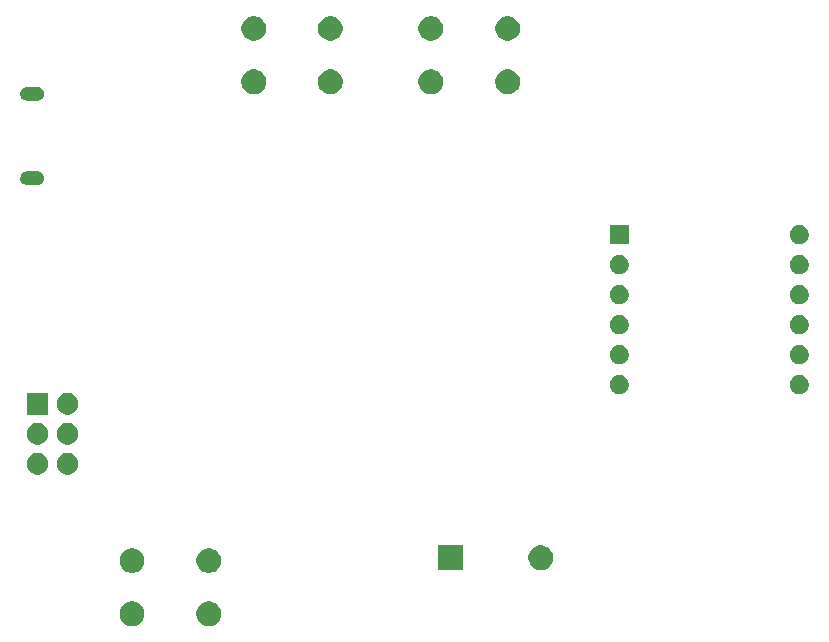
<source format=gbr>
G04 #@! TF.GenerationSoftware,KiCad,Pcbnew,(5.1.5)-3*
G04 #@! TF.CreationDate,2020-08-03T22:27:43-04:00*
G04 #@! TF.ProjectId,Kitchen Timer,4b697463-6865-46e2-9054-696d65722e6b,rev?*
G04 #@! TF.SameCoordinates,Original*
G04 #@! TF.FileFunction,Soldermask,Bot*
G04 #@! TF.FilePolarity,Negative*
%FSLAX46Y46*%
G04 Gerber Fmt 4.6, Leading zero omitted, Abs format (unit mm)*
G04 Created by KiCad (PCBNEW (5.1.5)-3) date 2020-08-03 22:27:43*
%MOMM*%
%LPD*%
G04 APERTURE LIST*
%ADD10C,0.100000*%
G04 APERTURE END LIST*
D10*
G36*
X104706564Y-109489389D02*
G01*
X104897833Y-109568615D01*
X104897835Y-109568616D01*
X105069973Y-109683635D01*
X105216365Y-109830027D01*
X105331385Y-110002167D01*
X105410611Y-110193436D01*
X105451000Y-110396484D01*
X105451000Y-110603516D01*
X105410611Y-110806564D01*
X105331385Y-110997833D01*
X105331384Y-110997835D01*
X105216365Y-111169973D01*
X105069973Y-111316365D01*
X104897835Y-111431384D01*
X104897834Y-111431385D01*
X104897833Y-111431385D01*
X104706564Y-111510611D01*
X104503516Y-111551000D01*
X104296484Y-111551000D01*
X104093436Y-111510611D01*
X103902167Y-111431385D01*
X103902166Y-111431385D01*
X103902165Y-111431384D01*
X103730027Y-111316365D01*
X103583635Y-111169973D01*
X103468616Y-110997835D01*
X103468615Y-110997833D01*
X103389389Y-110806564D01*
X103349000Y-110603516D01*
X103349000Y-110396484D01*
X103389389Y-110193436D01*
X103468615Y-110002167D01*
X103583635Y-109830027D01*
X103730027Y-109683635D01*
X103902165Y-109568616D01*
X103902167Y-109568615D01*
X104093436Y-109489389D01*
X104296484Y-109449000D01*
X104503516Y-109449000D01*
X104706564Y-109489389D01*
G37*
G36*
X98206564Y-109489389D02*
G01*
X98397833Y-109568615D01*
X98397835Y-109568616D01*
X98569973Y-109683635D01*
X98716365Y-109830027D01*
X98831385Y-110002167D01*
X98910611Y-110193436D01*
X98951000Y-110396484D01*
X98951000Y-110603516D01*
X98910611Y-110806564D01*
X98831385Y-110997833D01*
X98831384Y-110997835D01*
X98716365Y-111169973D01*
X98569973Y-111316365D01*
X98397835Y-111431384D01*
X98397834Y-111431385D01*
X98397833Y-111431385D01*
X98206564Y-111510611D01*
X98003516Y-111551000D01*
X97796484Y-111551000D01*
X97593436Y-111510611D01*
X97402167Y-111431385D01*
X97402166Y-111431385D01*
X97402165Y-111431384D01*
X97230027Y-111316365D01*
X97083635Y-111169973D01*
X96968616Y-110997835D01*
X96968615Y-110997833D01*
X96889389Y-110806564D01*
X96849000Y-110603516D01*
X96849000Y-110396484D01*
X96889389Y-110193436D01*
X96968615Y-110002167D01*
X97083635Y-109830027D01*
X97230027Y-109683635D01*
X97402165Y-109568616D01*
X97402167Y-109568615D01*
X97593436Y-109489389D01*
X97796484Y-109449000D01*
X98003516Y-109449000D01*
X98206564Y-109489389D01*
G37*
G36*
X104706564Y-104989389D02*
G01*
X104897833Y-105068615D01*
X104897835Y-105068616D01*
X105069973Y-105183635D01*
X105216365Y-105330027D01*
X105292143Y-105443436D01*
X105331385Y-105502167D01*
X105410611Y-105693436D01*
X105451000Y-105896484D01*
X105451000Y-106103516D01*
X105410611Y-106306564D01*
X105331385Y-106497833D01*
X105331384Y-106497835D01*
X105216365Y-106669973D01*
X105069973Y-106816365D01*
X104897835Y-106931384D01*
X104897834Y-106931385D01*
X104897833Y-106931385D01*
X104706564Y-107010611D01*
X104503516Y-107051000D01*
X104296484Y-107051000D01*
X104093436Y-107010611D01*
X103902167Y-106931385D01*
X103902166Y-106931385D01*
X103902165Y-106931384D01*
X103730027Y-106816365D01*
X103583635Y-106669973D01*
X103468616Y-106497835D01*
X103468615Y-106497833D01*
X103389389Y-106306564D01*
X103349000Y-106103516D01*
X103349000Y-105896484D01*
X103389389Y-105693436D01*
X103468615Y-105502167D01*
X103507858Y-105443436D01*
X103583635Y-105330027D01*
X103730027Y-105183635D01*
X103902165Y-105068616D01*
X103902167Y-105068615D01*
X104093436Y-104989389D01*
X104296484Y-104949000D01*
X104503516Y-104949000D01*
X104706564Y-104989389D01*
G37*
G36*
X98206564Y-104989389D02*
G01*
X98397833Y-105068615D01*
X98397835Y-105068616D01*
X98569973Y-105183635D01*
X98716365Y-105330027D01*
X98792143Y-105443436D01*
X98831385Y-105502167D01*
X98910611Y-105693436D01*
X98951000Y-105896484D01*
X98951000Y-106103516D01*
X98910611Y-106306564D01*
X98831385Y-106497833D01*
X98831384Y-106497835D01*
X98716365Y-106669973D01*
X98569973Y-106816365D01*
X98397835Y-106931384D01*
X98397834Y-106931385D01*
X98397833Y-106931385D01*
X98206564Y-107010611D01*
X98003516Y-107051000D01*
X97796484Y-107051000D01*
X97593436Y-107010611D01*
X97402167Y-106931385D01*
X97402166Y-106931385D01*
X97402165Y-106931384D01*
X97230027Y-106816365D01*
X97083635Y-106669973D01*
X96968616Y-106497835D01*
X96968615Y-106497833D01*
X96889389Y-106306564D01*
X96849000Y-106103516D01*
X96849000Y-105896484D01*
X96889389Y-105693436D01*
X96968615Y-105502167D01*
X97007858Y-105443436D01*
X97083635Y-105330027D01*
X97230027Y-105183635D01*
X97402165Y-105068616D01*
X97402167Y-105068615D01*
X97593436Y-104989389D01*
X97796484Y-104949000D01*
X98003516Y-104949000D01*
X98206564Y-104989389D01*
G37*
G36*
X132806564Y-104739389D02*
G01*
X132997833Y-104818615D01*
X132997835Y-104818616D01*
X133169973Y-104933635D01*
X133316365Y-105080027D01*
X133385594Y-105183635D01*
X133431385Y-105252167D01*
X133510611Y-105443436D01*
X133551000Y-105646484D01*
X133551000Y-105853516D01*
X133510611Y-106056564D01*
X133431385Y-106247833D01*
X133431384Y-106247835D01*
X133316365Y-106419973D01*
X133169973Y-106566365D01*
X132997835Y-106681384D01*
X132997834Y-106681385D01*
X132997833Y-106681385D01*
X132806564Y-106760611D01*
X132603516Y-106801000D01*
X132396484Y-106801000D01*
X132193436Y-106760611D01*
X132002167Y-106681385D01*
X132002166Y-106681385D01*
X132002165Y-106681384D01*
X131830027Y-106566365D01*
X131683635Y-106419973D01*
X131568616Y-106247835D01*
X131568615Y-106247833D01*
X131489389Y-106056564D01*
X131449000Y-105853516D01*
X131449000Y-105646484D01*
X131489389Y-105443436D01*
X131568615Y-105252167D01*
X131614407Y-105183635D01*
X131683635Y-105080027D01*
X131830027Y-104933635D01*
X132002165Y-104818616D01*
X132002167Y-104818615D01*
X132193436Y-104739389D01*
X132396484Y-104699000D01*
X132603516Y-104699000D01*
X132806564Y-104739389D01*
G37*
G36*
X125951000Y-106801000D02*
G01*
X123849000Y-106801000D01*
X123849000Y-104699000D01*
X125951000Y-104699000D01*
X125951000Y-106801000D01*
G37*
G36*
X92696778Y-96920547D02*
G01*
X92863224Y-96989491D01*
X93013022Y-97089583D01*
X93140417Y-97216978D01*
X93240509Y-97366776D01*
X93309453Y-97533222D01*
X93344600Y-97709918D01*
X93344600Y-97890082D01*
X93309453Y-98066778D01*
X93240509Y-98233224D01*
X93140417Y-98383022D01*
X93013022Y-98510417D01*
X92863224Y-98610509D01*
X92696778Y-98679453D01*
X92520082Y-98714600D01*
X92339918Y-98714600D01*
X92163222Y-98679453D01*
X91996776Y-98610509D01*
X91846978Y-98510417D01*
X91719583Y-98383022D01*
X91619491Y-98233224D01*
X91550547Y-98066778D01*
X91515400Y-97890082D01*
X91515400Y-97709918D01*
X91550547Y-97533222D01*
X91619491Y-97366776D01*
X91719583Y-97216978D01*
X91846978Y-97089583D01*
X91996776Y-96989491D01*
X92163222Y-96920547D01*
X92339918Y-96885400D01*
X92520082Y-96885400D01*
X92696778Y-96920547D01*
G37*
G36*
X90156778Y-96920547D02*
G01*
X90323224Y-96989491D01*
X90473022Y-97089583D01*
X90600417Y-97216978D01*
X90700509Y-97366776D01*
X90769453Y-97533222D01*
X90804600Y-97709918D01*
X90804600Y-97890082D01*
X90769453Y-98066778D01*
X90700509Y-98233224D01*
X90600417Y-98383022D01*
X90473022Y-98510417D01*
X90323224Y-98610509D01*
X90156778Y-98679453D01*
X89980082Y-98714600D01*
X89799918Y-98714600D01*
X89623222Y-98679453D01*
X89456776Y-98610509D01*
X89306978Y-98510417D01*
X89179583Y-98383022D01*
X89079491Y-98233224D01*
X89010547Y-98066778D01*
X88975400Y-97890082D01*
X88975400Y-97709918D01*
X89010547Y-97533222D01*
X89079491Y-97366776D01*
X89179583Y-97216978D01*
X89306978Y-97089583D01*
X89456776Y-96989491D01*
X89623222Y-96920547D01*
X89799918Y-96885400D01*
X89980082Y-96885400D01*
X90156778Y-96920547D01*
G37*
G36*
X92696778Y-94380547D02*
G01*
X92863224Y-94449491D01*
X93013022Y-94549583D01*
X93140417Y-94676978D01*
X93240509Y-94826776D01*
X93309453Y-94993222D01*
X93344600Y-95169918D01*
X93344600Y-95350082D01*
X93309453Y-95526778D01*
X93240509Y-95693224D01*
X93140417Y-95843022D01*
X93013022Y-95970417D01*
X92863224Y-96070509D01*
X92696778Y-96139453D01*
X92520082Y-96174600D01*
X92339918Y-96174600D01*
X92163222Y-96139453D01*
X91996776Y-96070509D01*
X91846978Y-95970417D01*
X91719583Y-95843022D01*
X91619491Y-95693224D01*
X91550547Y-95526778D01*
X91515400Y-95350082D01*
X91515400Y-95169918D01*
X91550547Y-94993222D01*
X91619491Y-94826776D01*
X91719583Y-94676978D01*
X91846978Y-94549583D01*
X91996776Y-94449491D01*
X92163222Y-94380547D01*
X92339918Y-94345400D01*
X92520082Y-94345400D01*
X92696778Y-94380547D01*
G37*
G36*
X90156778Y-94380547D02*
G01*
X90323224Y-94449491D01*
X90473022Y-94549583D01*
X90600417Y-94676978D01*
X90700509Y-94826776D01*
X90769453Y-94993222D01*
X90804600Y-95169918D01*
X90804600Y-95350082D01*
X90769453Y-95526778D01*
X90700509Y-95693224D01*
X90600417Y-95843022D01*
X90473022Y-95970417D01*
X90323224Y-96070509D01*
X90156778Y-96139453D01*
X89980082Y-96174600D01*
X89799918Y-96174600D01*
X89623222Y-96139453D01*
X89456776Y-96070509D01*
X89306978Y-95970417D01*
X89179583Y-95843022D01*
X89079491Y-95693224D01*
X89010547Y-95526778D01*
X88975400Y-95350082D01*
X88975400Y-95169918D01*
X89010547Y-94993222D01*
X89079491Y-94826776D01*
X89179583Y-94676978D01*
X89306978Y-94549583D01*
X89456776Y-94449491D01*
X89623222Y-94380547D01*
X89799918Y-94345400D01*
X89980082Y-94345400D01*
X90156778Y-94380547D01*
G37*
G36*
X90804600Y-93634600D02*
G01*
X88975400Y-93634600D01*
X88975400Y-91805400D01*
X90804600Y-91805400D01*
X90804600Y-93634600D01*
G37*
G36*
X92696778Y-91840547D02*
G01*
X92863224Y-91909491D01*
X93013022Y-92009583D01*
X93140417Y-92136978D01*
X93240509Y-92286776D01*
X93309453Y-92453222D01*
X93344600Y-92629918D01*
X93344600Y-92810082D01*
X93309453Y-92986778D01*
X93240509Y-93153224D01*
X93140417Y-93303022D01*
X93013022Y-93430417D01*
X92863224Y-93530509D01*
X92696778Y-93599453D01*
X92520082Y-93634600D01*
X92339918Y-93634600D01*
X92163222Y-93599453D01*
X91996776Y-93530509D01*
X91846978Y-93430417D01*
X91719583Y-93303022D01*
X91619491Y-93153224D01*
X91550547Y-92986778D01*
X91515400Y-92810082D01*
X91515400Y-92629918D01*
X91550547Y-92453222D01*
X91619491Y-92286776D01*
X91719583Y-92136978D01*
X91846978Y-92009583D01*
X91996776Y-91909491D01*
X92163222Y-91840547D01*
X92339918Y-91805400D01*
X92520082Y-91805400D01*
X92696778Y-91840547D01*
G37*
G36*
X154623642Y-90329781D02*
G01*
X154769414Y-90390162D01*
X154769416Y-90390163D01*
X154900608Y-90477822D01*
X155012178Y-90589392D01*
X155099837Y-90720584D01*
X155099838Y-90720586D01*
X155160219Y-90866358D01*
X155191000Y-91021107D01*
X155191000Y-91178893D01*
X155160219Y-91333642D01*
X155099838Y-91479414D01*
X155099837Y-91479416D01*
X155012178Y-91610608D01*
X154900608Y-91722178D01*
X154769416Y-91809837D01*
X154769415Y-91809838D01*
X154769414Y-91809838D01*
X154623642Y-91870219D01*
X154468893Y-91901000D01*
X154311107Y-91901000D01*
X154156358Y-91870219D01*
X154010586Y-91809838D01*
X154010585Y-91809838D01*
X154010584Y-91809837D01*
X153879392Y-91722178D01*
X153767822Y-91610608D01*
X153680163Y-91479416D01*
X153680162Y-91479414D01*
X153619781Y-91333642D01*
X153589000Y-91178893D01*
X153589000Y-91021107D01*
X153619781Y-90866358D01*
X153680162Y-90720586D01*
X153680163Y-90720584D01*
X153767822Y-90589392D01*
X153879392Y-90477822D01*
X154010584Y-90390163D01*
X154010586Y-90390162D01*
X154156358Y-90329781D01*
X154311107Y-90299000D01*
X154468893Y-90299000D01*
X154623642Y-90329781D01*
G37*
G36*
X139383642Y-90329781D02*
G01*
X139529414Y-90390162D01*
X139529416Y-90390163D01*
X139660608Y-90477822D01*
X139772178Y-90589392D01*
X139859837Y-90720584D01*
X139859838Y-90720586D01*
X139920219Y-90866358D01*
X139951000Y-91021107D01*
X139951000Y-91178893D01*
X139920219Y-91333642D01*
X139859838Y-91479414D01*
X139859837Y-91479416D01*
X139772178Y-91610608D01*
X139660608Y-91722178D01*
X139529416Y-91809837D01*
X139529415Y-91809838D01*
X139529414Y-91809838D01*
X139383642Y-91870219D01*
X139228893Y-91901000D01*
X139071107Y-91901000D01*
X138916358Y-91870219D01*
X138770586Y-91809838D01*
X138770585Y-91809838D01*
X138770584Y-91809837D01*
X138639392Y-91722178D01*
X138527822Y-91610608D01*
X138440163Y-91479416D01*
X138440162Y-91479414D01*
X138379781Y-91333642D01*
X138349000Y-91178893D01*
X138349000Y-91021107D01*
X138379781Y-90866358D01*
X138440162Y-90720586D01*
X138440163Y-90720584D01*
X138527822Y-90589392D01*
X138639392Y-90477822D01*
X138770584Y-90390163D01*
X138770586Y-90390162D01*
X138916358Y-90329781D01*
X139071107Y-90299000D01*
X139228893Y-90299000D01*
X139383642Y-90329781D01*
G37*
G36*
X154623642Y-87789781D02*
G01*
X154769414Y-87850162D01*
X154769416Y-87850163D01*
X154900608Y-87937822D01*
X155012178Y-88049392D01*
X155099837Y-88180584D01*
X155099838Y-88180586D01*
X155160219Y-88326358D01*
X155191000Y-88481107D01*
X155191000Y-88638893D01*
X155160219Y-88793642D01*
X155099838Y-88939414D01*
X155099837Y-88939416D01*
X155012178Y-89070608D01*
X154900608Y-89182178D01*
X154769416Y-89269837D01*
X154769415Y-89269838D01*
X154769414Y-89269838D01*
X154623642Y-89330219D01*
X154468893Y-89361000D01*
X154311107Y-89361000D01*
X154156358Y-89330219D01*
X154010586Y-89269838D01*
X154010585Y-89269838D01*
X154010584Y-89269837D01*
X153879392Y-89182178D01*
X153767822Y-89070608D01*
X153680163Y-88939416D01*
X153680162Y-88939414D01*
X153619781Y-88793642D01*
X153589000Y-88638893D01*
X153589000Y-88481107D01*
X153619781Y-88326358D01*
X153680162Y-88180586D01*
X153680163Y-88180584D01*
X153767822Y-88049392D01*
X153879392Y-87937822D01*
X154010584Y-87850163D01*
X154010586Y-87850162D01*
X154156358Y-87789781D01*
X154311107Y-87759000D01*
X154468893Y-87759000D01*
X154623642Y-87789781D01*
G37*
G36*
X139383642Y-87789781D02*
G01*
X139529414Y-87850162D01*
X139529416Y-87850163D01*
X139660608Y-87937822D01*
X139772178Y-88049392D01*
X139859837Y-88180584D01*
X139859838Y-88180586D01*
X139920219Y-88326358D01*
X139951000Y-88481107D01*
X139951000Y-88638893D01*
X139920219Y-88793642D01*
X139859838Y-88939414D01*
X139859837Y-88939416D01*
X139772178Y-89070608D01*
X139660608Y-89182178D01*
X139529416Y-89269837D01*
X139529415Y-89269838D01*
X139529414Y-89269838D01*
X139383642Y-89330219D01*
X139228893Y-89361000D01*
X139071107Y-89361000D01*
X138916358Y-89330219D01*
X138770586Y-89269838D01*
X138770585Y-89269838D01*
X138770584Y-89269837D01*
X138639392Y-89182178D01*
X138527822Y-89070608D01*
X138440163Y-88939416D01*
X138440162Y-88939414D01*
X138379781Y-88793642D01*
X138349000Y-88638893D01*
X138349000Y-88481107D01*
X138379781Y-88326358D01*
X138440162Y-88180586D01*
X138440163Y-88180584D01*
X138527822Y-88049392D01*
X138639392Y-87937822D01*
X138770584Y-87850163D01*
X138770586Y-87850162D01*
X138916358Y-87789781D01*
X139071107Y-87759000D01*
X139228893Y-87759000D01*
X139383642Y-87789781D01*
G37*
G36*
X154623642Y-85249781D02*
G01*
X154769414Y-85310162D01*
X154769416Y-85310163D01*
X154900608Y-85397822D01*
X155012178Y-85509392D01*
X155099837Y-85640584D01*
X155099838Y-85640586D01*
X155160219Y-85786358D01*
X155191000Y-85941107D01*
X155191000Y-86098893D01*
X155160219Y-86253642D01*
X155099838Y-86399414D01*
X155099837Y-86399416D01*
X155012178Y-86530608D01*
X154900608Y-86642178D01*
X154769416Y-86729837D01*
X154769415Y-86729838D01*
X154769414Y-86729838D01*
X154623642Y-86790219D01*
X154468893Y-86821000D01*
X154311107Y-86821000D01*
X154156358Y-86790219D01*
X154010586Y-86729838D01*
X154010585Y-86729838D01*
X154010584Y-86729837D01*
X153879392Y-86642178D01*
X153767822Y-86530608D01*
X153680163Y-86399416D01*
X153680162Y-86399414D01*
X153619781Y-86253642D01*
X153589000Y-86098893D01*
X153589000Y-85941107D01*
X153619781Y-85786358D01*
X153680162Y-85640586D01*
X153680163Y-85640584D01*
X153767822Y-85509392D01*
X153879392Y-85397822D01*
X154010584Y-85310163D01*
X154010586Y-85310162D01*
X154156358Y-85249781D01*
X154311107Y-85219000D01*
X154468893Y-85219000D01*
X154623642Y-85249781D01*
G37*
G36*
X139383642Y-85249781D02*
G01*
X139529414Y-85310162D01*
X139529416Y-85310163D01*
X139660608Y-85397822D01*
X139772178Y-85509392D01*
X139859837Y-85640584D01*
X139859838Y-85640586D01*
X139920219Y-85786358D01*
X139951000Y-85941107D01*
X139951000Y-86098893D01*
X139920219Y-86253642D01*
X139859838Y-86399414D01*
X139859837Y-86399416D01*
X139772178Y-86530608D01*
X139660608Y-86642178D01*
X139529416Y-86729837D01*
X139529415Y-86729838D01*
X139529414Y-86729838D01*
X139383642Y-86790219D01*
X139228893Y-86821000D01*
X139071107Y-86821000D01*
X138916358Y-86790219D01*
X138770586Y-86729838D01*
X138770585Y-86729838D01*
X138770584Y-86729837D01*
X138639392Y-86642178D01*
X138527822Y-86530608D01*
X138440163Y-86399416D01*
X138440162Y-86399414D01*
X138379781Y-86253642D01*
X138349000Y-86098893D01*
X138349000Y-85941107D01*
X138379781Y-85786358D01*
X138440162Y-85640586D01*
X138440163Y-85640584D01*
X138527822Y-85509392D01*
X138639392Y-85397822D01*
X138770584Y-85310163D01*
X138770586Y-85310162D01*
X138916358Y-85249781D01*
X139071107Y-85219000D01*
X139228893Y-85219000D01*
X139383642Y-85249781D01*
G37*
G36*
X139383642Y-82709781D02*
G01*
X139529414Y-82770162D01*
X139529416Y-82770163D01*
X139660608Y-82857822D01*
X139772178Y-82969392D01*
X139859837Y-83100584D01*
X139859838Y-83100586D01*
X139920219Y-83246358D01*
X139951000Y-83401107D01*
X139951000Y-83558893D01*
X139920219Y-83713642D01*
X139859838Y-83859414D01*
X139859837Y-83859416D01*
X139772178Y-83990608D01*
X139660608Y-84102178D01*
X139529416Y-84189837D01*
X139529415Y-84189838D01*
X139529414Y-84189838D01*
X139383642Y-84250219D01*
X139228893Y-84281000D01*
X139071107Y-84281000D01*
X138916358Y-84250219D01*
X138770586Y-84189838D01*
X138770585Y-84189838D01*
X138770584Y-84189837D01*
X138639392Y-84102178D01*
X138527822Y-83990608D01*
X138440163Y-83859416D01*
X138440162Y-83859414D01*
X138379781Y-83713642D01*
X138349000Y-83558893D01*
X138349000Y-83401107D01*
X138379781Y-83246358D01*
X138440162Y-83100586D01*
X138440163Y-83100584D01*
X138527822Y-82969392D01*
X138639392Y-82857822D01*
X138770584Y-82770163D01*
X138770586Y-82770162D01*
X138916358Y-82709781D01*
X139071107Y-82679000D01*
X139228893Y-82679000D01*
X139383642Y-82709781D01*
G37*
G36*
X154623642Y-82709781D02*
G01*
X154769414Y-82770162D01*
X154769416Y-82770163D01*
X154900608Y-82857822D01*
X155012178Y-82969392D01*
X155099837Y-83100584D01*
X155099838Y-83100586D01*
X155160219Y-83246358D01*
X155191000Y-83401107D01*
X155191000Y-83558893D01*
X155160219Y-83713642D01*
X155099838Y-83859414D01*
X155099837Y-83859416D01*
X155012178Y-83990608D01*
X154900608Y-84102178D01*
X154769416Y-84189837D01*
X154769415Y-84189838D01*
X154769414Y-84189838D01*
X154623642Y-84250219D01*
X154468893Y-84281000D01*
X154311107Y-84281000D01*
X154156358Y-84250219D01*
X154010586Y-84189838D01*
X154010585Y-84189838D01*
X154010584Y-84189837D01*
X153879392Y-84102178D01*
X153767822Y-83990608D01*
X153680163Y-83859416D01*
X153680162Y-83859414D01*
X153619781Y-83713642D01*
X153589000Y-83558893D01*
X153589000Y-83401107D01*
X153619781Y-83246358D01*
X153680162Y-83100586D01*
X153680163Y-83100584D01*
X153767822Y-82969392D01*
X153879392Y-82857822D01*
X154010584Y-82770163D01*
X154010586Y-82770162D01*
X154156358Y-82709781D01*
X154311107Y-82679000D01*
X154468893Y-82679000D01*
X154623642Y-82709781D01*
G37*
G36*
X139383642Y-80169781D02*
G01*
X139529414Y-80230162D01*
X139529416Y-80230163D01*
X139660608Y-80317822D01*
X139772178Y-80429392D01*
X139859837Y-80560584D01*
X139859838Y-80560586D01*
X139920219Y-80706358D01*
X139951000Y-80861107D01*
X139951000Y-81018893D01*
X139920219Y-81173642D01*
X139859838Y-81319414D01*
X139859837Y-81319416D01*
X139772178Y-81450608D01*
X139660608Y-81562178D01*
X139529416Y-81649837D01*
X139529415Y-81649838D01*
X139529414Y-81649838D01*
X139383642Y-81710219D01*
X139228893Y-81741000D01*
X139071107Y-81741000D01*
X138916358Y-81710219D01*
X138770586Y-81649838D01*
X138770585Y-81649838D01*
X138770584Y-81649837D01*
X138639392Y-81562178D01*
X138527822Y-81450608D01*
X138440163Y-81319416D01*
X138440162Y-81319414D01*
X138379781Y-81173642D01*
X138349000Y-81018893D01*
X138349000Y-80861107D01*
X138379781Y-80706358D01*
X138440162Y-80560586D01*
X138440163Y-80560584D01*
X138527822Y-80429392D01*
X138639392Y-80317822D01*
X138770584Y-80230163D01*
X138770586Y-80230162D01*
X138916358Y-80169781D01*
X139071107Y-80139000D01*
X139228893Y-80139000D01*
X139383642Y-80169781D01*
G37*
G36*
X154623642Y-80169781D02*
G01*
X154769414Y-80230162D01*
X154769416Y-80230163D01*
X154900608Y-80317822D01*
X155012178Y-80429392D01*
X155099837Y-80560584D01*
X155099838Y-80560586D01*
X155160219Y-80706358D01*
X155191000Y-80861107D01*
X155191000Y-81018893D01*
X155160219Y-81173642D01*
X155099838Y-81319414D01*
X155099837Y-81319416D01*
X155012178Y-81450608D01*
X154900608Y-81562178D01*
X154769416Y-81649837D01*
X154769415Y-81649838D01*
X154769414Y-81649838D01*
X154623642Y-81710219D01*
X154468893Y-81741000D01*
X154311107Y-81741000D01*
X154156358Y-81710219D01*
X154010586Y-81649838D01*
X154010585Y-81649838D01*
X154010584Y-81649837D01*
X153879392Y-81562178D01*
X153767822Y-81450608D01*
X153680163Y-81319416D01*
X153680162Y-81319414D01*
X153619781Y-81173642D01*
X153589000Y-81018893D01*
X153589000Y-80861107D01*
X153619781Y-80706358D01*
X153680162Y-80560586D01*
X153680163Y-80560584D01*
X153767822Y-80429392D01*
X153879392Y-80317822D01*
X154010584Y-80230163D01*
X154010586Y-80230162D01*
X154156358Y-80169781D01*
X154311107Y-80139000D01*
X154468893Y-80139000D01*
X154623642Y-80169781D01*
G37*
G36*
X139951000Y-79201000D02*
G01*
X138349000Y-79201000D01*
X138349000Y-77599000D01*
X139951000Y-77599000D01*
X139951000Y-79201000D01*
G37*
G36*
X154623642Y-77629781D02*
G01*
X154769414Y-77690162D01*
X154769416Y-77690163D01*
X154900608Y-77777822D01*
X155012178Y-77889392D01*
X155099837Y-78020584D01*
X155099838Y-78020586D01*
X155160219Y-78166358D01*
X155191000Y-78321107D01*
X155191000Y-78478893D01*
X155160219Y-78633642D01*
X155099838Y-78779414D01*
X155099837Y-78779416D01*
X155012178Y-78910608D01*
X154900608Y-79022178D01*
X154769416Y-79109837D01*
X154769415Y-79109838D01*
X154769414Y-79109838D01*
X154623642Y-79170219D01*
X154468893Y-79201000D01*
X154311107Y-79201000D01*
X154156358Y-79170219D01*
X154010586Y-79109838D01*
X154010585Y-79109838D01*
X154010584Y-79109837D01*
X153879392Y-79022178D01*
X153767822Y-78910608D01*
X153680163Y-78779416D01*
X153680162Y-78779414D01*
X153619781Y-78633642D01*
X153589000Y-78478893D01*
X153589000Y-78321107D01*
X153619781Y-78166358D01*
X153680162Y-78020586D01*
X153680163Y-78020584D01*
X153767822Y-77889392D01*
X153879392Y-77777822D01*
X154010584Y-77690163D01*
X154010586Y-77690162D01*
X154156358Y-77629781D01*
X154311107Y-77599000D01*
X154468893Y-77599000D01*
X154623642Y-77629781D01*
G37*
G36*
X89987916Y-73057334D02*
G01*
X90096492Y-73090271D01*
X90096495Y-73090272D01*
X90132601Y-73109571D01*
X90196557Y-73143756D01*
X90284264Y-73215736D01*
X90356244Y-73303443D01*
X90390429Y-73367399D01*
X90409728Y-73403505D01*
X90409729Y-73403508D01*
X90442666Y-73512084D01*
X90453787Y-73625000D01*
X90442666Y-73737916D01*
X90409729Y-73846492D01*
X90409728Y-73846495D01*
X90390429Y-73882601D01*
X90356244Y-73946557D01*
X90284264Y-74034264D01*
X90196557Y-74106244D01*
X90132601Y-74140429D01*
X90096495Y-74159728D01*
X90096492Y-74159729D01*
X89987916Y-74192666D01*
X89903298Y-74201000D01*
X88996702Y-74201000D01*
X88912084Y-74192666D01*
X88803508Y-74159729D01*
X88803505Y-74159728D01*
X88767399Y-74140429D01*
X88703443Y-74106244D01*
X88615736Y-74034264D01*
X88543756Y-73946557D01*
X88509571Y-73882601D01*
X88490272Y-73846495D01*
X88490271Y-73846492D01*
X88457334Y-73737916D01*
X88446213Y-73625000D01*
X88457334Y-73512084D01*
X88490271Y-73403508D01*
X88490272Y-73403505D01*
X88509571Y-73367399D01*
X88543756Y-73303443D01*
X88615736Y-73215736D01*
X88703443Y-73143756D01*
X88767399Y-73109571D01*
X88803505Y-73090272D01*
X88803508Y-73090271D01*
X88912084Y-73057334D01*
X88996702Y-73049000D01*
X89903298Y-73049000D01*
X89987916Y-73057334D01*
G37*
G36*
X89987916Y-65907334D02*
G01*
X90096492Y-65940271D01*
X90096495Y-65940272D01*
X90132601Y-65959571D01*
X90196557Y-65993756D01*
X90284264Y-66065736D01*
X90356244Y-66153443D01*
X90390429Y-66217399D01*
X90409728Y-66253505D01*
X90409729Y-66253508D01*
X90442666Y-66362084D01*
X90453787Y-66475000D01*
X90442666Y-66587916D01*
X90409729Y-66696492D01*
X90409728Y-66696495D01*
X90390429Y-66732601D01*
X90356244Y-66796557D01*
X90284264Y-66884264D01*
X90196557Y-66956244D01*
X90132601Y-66990429D01*
X90096495Y-67009728D01*
X90096492Y-67009729D01*
X89987916Y-67042666D01*
X89903298Y-67051000D01*
X88996702Y-67051000D01*
X88912084Y-67042666D01*
X88803508Y-67009729D01*
X88803505Y-67009728D01*
X88767399Y-66990429D01*
X88703443Y-66956244D01*
X88615736Y-66884264D01*
X88543756Y-66796557D01*
X88509571Y-66732601D01*
X88490272Y-66696495D01*
X88490271Y-66696492D01*
X88457334Y-66587916D01*
X88446213Y-66475000D01*
X88457334Y-66362084D01*
X88490271Y-66253508D01*
X88490272Y-66253505D01*
X88509571Y-66217399D01*
X88543756Y-66153443D01*
X88615736Y-66065736D01*
X88703443Y-65993756D01*
X88767399Y-65959571D01*
X88803505Y-65940272D01*
X88803508Y-65940271D01*
X88912084Y-65907334D01*
X88996702Y-65899000D01*
X89903298Y-65899000D01*
X89987916Y-65907334D01*
G37*
G36*
X123506564Y-64439389D02*
G01*
X123697833Y-64518615D01*
X123697835Y-64518616D01*
X123869973Y-64633635D01*
X124016365Y-64780027D01*
X124131385Y-64952167D01*
X124210611Y-65143436D01*
X124251000Y-65346484D01*
X124251000Y-65553516D01*
X124210611Y-65756564D01*
X124151612Y-65899000D01*
X124131384Y-65947835D01*
X124016365Y-66119973D01*
X123869973Y-66266365D01*
X123697835Y-66381384D01*
X123697834Y-66381385D01*
X123697833Y-66381385D01*
X123506564Y-66460611D01*
X123303516Y-66501000D01*
X123096484Y-66501000D01*
X122893436Y-66460611D01*
X122702167Y-66381385D01*
X122702166Y-66381385D01*
X122702165Y-66381384D01*
X122530027Y-66266365D01*
X122383635Y-66119973D01*
X122268616Y-65947835D01*
X122248388Y-65899000D01*
X122189389Y-65756564D01*
X122149000Y-65553516D01*
X122149000Y-65346484D01*
X122189389Y-65143436D01*
X122268615Y-64952167D01*
X122383635Y-64780027D01*
X122530027Y-64633635D01*
X122702165Y-64518616D01*
X122702167Y-64518615D01*
X122893436Y-64439389D01*
X123096484Y-64399000D01*
X123303516Y-64399000D01*
X123506564Y-64439389D01*
G37*
G36*
X115006564Y-64439389D02*
G01*
X115197833Y-64518615D01*
X115197835Y-64518616D01*
X115369973Y-64633635D01*
X115516365Y-64780027D01*
X115631385Y-64952167D01*
X115710611Y-65143436D01*
X115751000Y-65346484D01*
X115751000Y-65553516D01*
X115710611Y-65756564D01*
X115651612Y-65899000D01*
X115631384Y-65947835D01*
X115516365Y-66119973D01*
X115369973Y-66266365D01*
X115197835Y-66381384D01*
X115197834Y-66381385D01*
X115197833Y-66381385D01*
X115006564Y-66460611D01*
X114803516Y-66501000D01*
X114596484Y-66501000D01*
X114393436Y-66460611D01*
X114202167Y-66381385D01*
X114202166Y-66381385D01*
X114202165Y-66381384D01*
X114030027Y-66266365D01*
X113883635Y-66119973D01*
X113768616Y-65947835D01*
X113748388Y-65899000D01*
X113689389Y-65756564D01*
X113649000Y-65553516D01*
X113649000Y-65346484D01*
X113689389Y-65143436D01*
X113768615Y-64952167D01*
X113883635Y-64780027D01*
X114030027Y-64633635D01*
X114202165Y-64518616D01*
X114202167Y-64518615D01*
X114393436Y-64439389D01*
X114596484Y-64399000D01*
X114803516Y-64399000D01*
X115006564Y-64439389D01*
G37*
G36*
X130006564Y-64439389D02*
G01*
X130197833Y-64518615D01*
X130197835Y-64518616D01*
X130369973Y-64633635D01*
X130516365Y-64780027D01*
X130631385Y-64952167D01*
X130710611Y-65143436D01*
X130751000Y-65346484D01*
X130751000Y-65553516D01*
X130710611Y-65756564D01*
X130651612Y-65899000D01*
X130631384Y-65947835D01*
X130516365Y-66119973D01*
X130369973Y-66266365D01*
X130197835Y-66381384D01*
X130197834Y-66381385D01*
X130197833Y-66381385D01*
X130006564Y-66460611D01*
X129803516Y-66501000D01*
X129596484Y-66501000D01*
X129393436Y-66460611D01*
X129202167Y-66381385D01*
X129202166Y-66381385D01*
X129202165Y-66381384D01*
X129030027Y-66266365D01*
X128883635Y-66119973D01*
X128768616Y-65947835D01*
X128748388Y-65899000D01*
X128689389Y-65756564D01*
X128649000Y-65553516D01*
X128649000Y-65346484D01*
X128689389Y-65143436D01*
X128768615Y-64952167D01*
X128883635Y-64780027D01*
X129030027Y-64633635D01*
X129202165Y-64518616D01*
X129202167Y-64518615D01*
X129393436Y-64439389D01*
X129596484Y-64399000D01*
X129803516Y-64399000D01*
X130006564Y-64439389D01*
G37*
G36*
X108506564Y-64439389D02*
G01*
X108697833Y-64518615D01*
X108697835Y-64518616D01*
X108869973Y-64633635D01*
X109016365Y-64780027D01*
X109131385Y-64952167D01*
X109210611Y-65143436D01*
X109251000Y-65346484D01*
X109251000Y-65553516D01*
X109210611Y-65756564D01*
X109151612Y-65899000D01*
X109131384Y-65947835D01*
X109016365Y-66119973D01*
X108869973Y-66266365D01*
X108697835Y-66381384D01*
X108697834Y-66381385D01*
X108697833Y-66381385D01*
X108506564Y-66460611D01*
X108303516Y-66501000D01*
X108096484Y-66501000D01*
X107893436Y-66460611D01*
X107702167Y-66381385D01*
X107702166Y-66381385D01*
X107702165Y-66381384D01*
X107530027Y-66266365D01*
X107383635Y-66119973D01*
X107268616Y-65947835D01*
X107248388Y-65899000D01*
X107189389Y-65756564D01*
X107149000Y-65553516D01*
X107149000Y-65346484D01*
X107189389Y-65143436D01*
X107268615Y-64952167D01*
X107383635Y-64780027D01*
X107530027Y-64633635D01*
X107702165Y-64518616D01*
X107702167Y-64518615D01*
X107893436Y-64439389D01*
X108096484Y-64399000D01*
X108303516Y-64399000D01*
X108506564Y-64439389D01*
G37*
G36*
X115006564Y-59939389D02*
G01*
X115197833Y-60018615D01*
X115197835Y-60018616D01*
X115369973Y-60133635D01*
X115516365Y-60280027D01*
X115631385Y-60452167D01*
X115710611Y-60643436D01*
X115751000Y-60846484D01*
X115751000Y-61053516D01*
X115710611Y-61256564D01*
X115631385Y-61447833D01*
X115631384Y-61447835D01*
X115516365Y-61619973D01*
X115369973Y-61766365D01*
X115197835Y-61881384D01*
X115197834Y-61881385D01*
X115197833Y-61881385D01*
X115006564Y-61960611D01*
X114803516Y-62001000D01*
X114596484Y-62001000D01*
X114393436Y-61960611D01*
X114202167Y-61881385D01*
X114202166Y-61881385D01*
X114202165Y-61881384D01*
X114030027Y-61766365D01*
X113883635Y-61619973D01*
X113768616Y-61447835D01*
X113768615Y-61447833D01*
X113689389Y-61256564D01*
X113649000Y-61053516D01*
X113649000Y-60846484D01*
X113689389Y-60643436D01*
X113768615Y-60452167D01*
X113883635Y-60280027D01*
X114030027Y-60133635D01*
X114202165Y-60018616D01*
X114202167Y-60018615D01*
X114393436Y-59939389D01*
X114596484Y-59899000D01*
X114803516Y-59899000D01*
X115006564Y-59939389D01*
G37*
G36*
X130006564Y-59939389D02*
G01*
X130197833Y-60018615D01*
X130197835Y-60018616D01*
X130369973Y-60133635D01*
X130516365Y-60280027D01*
X130631385Y-60452167D01*
X130710611Y-60643436D01*
X130751000Y-60846484D01*
X130751000Y-61053516D01*
X130710611Y-61256564D01*
X130631385Y-61447833D01*
X130631384Y-61447835D01*
X130516365Y-61619973D01*
X130369973Y-61766365D01*
X130197835Y-61881384D01*
X130197834Y-61881385D01*
X130197833Y-61881385D01*
X130006564Y-61960611D01*
X129803516Y-62001000D01*
X129596484Y-62001000D01*
X129393436Y-61960611D01*
X129202167Y-61881385D01*
X129202166Y-61881385D01*
X129202165Y-61881384D01*
X129030027Y-61766365D01*
X128883635Y-61619973D01*
X128768616Y-61447835D01*
X128768615Y-61447833D01*
X128689389Y-61256564D01*
X128649000Y-61053516D01*
X128649000Y-60846484D01*
X128689389Y-60643436D01*
X128768615Y-60452167D01*
X128883635Y-60280027D01*
X129030027Y-60133635D01*
X129202165Y-60018616D01*
X129202167Y-60018615D01*
X129393436Y-59939389D01*
X129596484Y-59899000D01*
X129803516Y-59899000D01*
X130006564Y-59939389D01*
G37*
G36*
X123506564Y-59939389D02*
G01*
X123697833Y-60018615D01*
X123697835Y-60018616D01*
X123869973Y-60133635D01*
X124016365Y-60280027D01*
X124131385Y-60452167D01*
X124210611Y-60643436D01*
X124251000Y-60846484D01*
X124251000Y-61053516D01*
X124210611Y-61256564D01*
X124131385Y-61447833D01*
X124131384Y-61447835D01*
X124016365Y-61619973D01*
X123869973Y-61766365D01*
X123697835Y-61881384D01*
X123697834Y-61881385D01*
X123697833Y-61881385D01*
X123506564Y-61960611D01*
X123303516Y-62001000D01*
X123096484Y-62001000D01*
X122893436Y-61960611D01*
X122702167Y-61881385D01*
X122702166Y-61881385D01*
X122702165Y-61881384D01*
X122530027Y-61766365D01*
X122383635Y-61619973D01*
X122268616Y-61447835D01*
X122268615Y-61447833D01*
X122189389Y-61256564D01*
X122149000Y-61053516D01*
X122149000Y-60846484D01*
X122189389Y-60643436D01*
X122268615Y-60452167D01*
X122383635Y-60280027D01*
X122530027Y-60133635D01*
X122702165Y-60018616D01*
X122702167Y-60018615D01*
X122893436Y-59939389D01*
X123096484Y-59899000D01*
X123303516Y-59899000D01*
X123506564Y-59939389D01*
G37*
G36*
X108506564Y-59939389D02*
G01*
X108697833Y-60018615D01*
X108697835Y-60018616D01*
X108869973Y-60133635D01*
X109016365Y-60280027D01*
X109131385Y-60452167D01*
X109210611Y-60643436D01*
X109251000Y-60846484D01*
X109251000Y-61053516D01*
X109210611Y-61256564D01*
X109131385Y-61447833D01*
X109131384Y-61447835D01*
X109016365Y-61619973D01*
X108869973Y-61766365D01*
X108697835Y-61881384D01*
X108697834Y-61881385D01*
X108697833Y-61881385D01*
X108506564Y-61960611D01*
X108303516Y-62001000D01*
X108096484Y-62001000D01*
X107893436Y-61960611D01*
X107702167Y-61881385D01*
X107702166Y-61881385D01*
X107702165Y-61881384D01*
X107530027Y-61766365D01*
X107383635Y-61619973D01*
X107268616Y-61447835D01*
X107268615Y-61447833D01*
X107189389Y-61256564D01*
X107149000Y-61053516D01*
X107149000Y-60846484D01*
X107189389Y-60643436D01*
X107268615Y-60452167D01*
X107383635Y-60280027D01*
X107530027Y-60133635D01*
X107702165Y-60018616D01*
X107702167Y-60018615D01*
X107893436Y-59939389D01*
X108096484Y-59899000D01*
X108303516Y-59899000D01*
X108506564Y-59939389D01*
G37*
M02*

</source>
